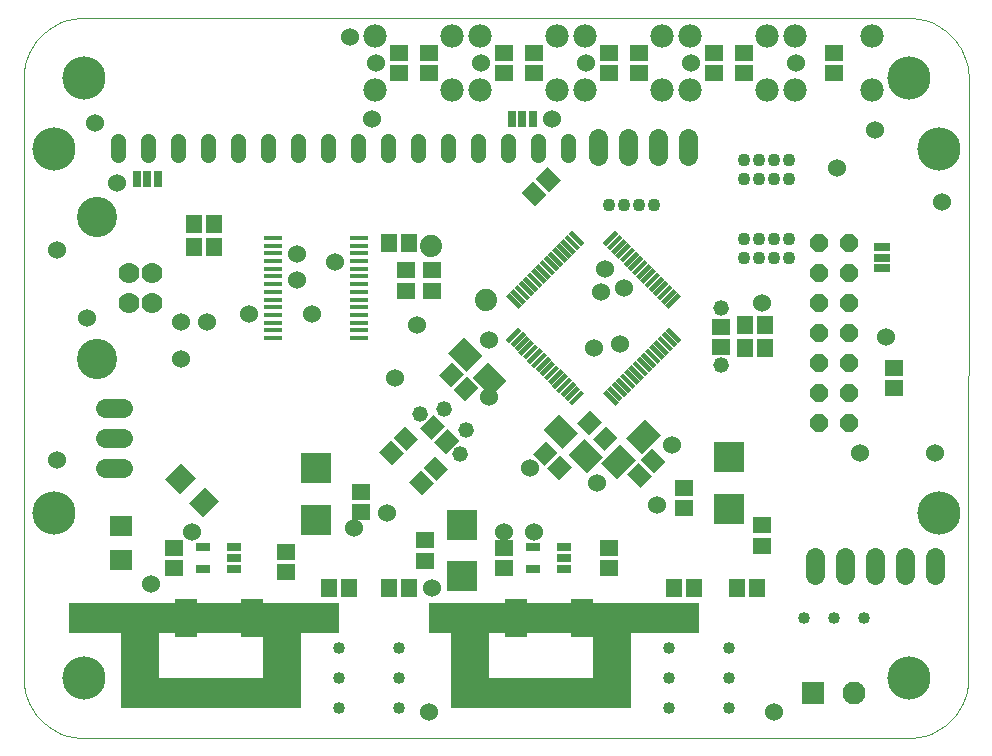
<source format=gbs>
G75*
G70*
%OFA0B0*%
%FSLAX24Y24*%
%IPPOS*%
%LPD*%
%AMOC8*
5,1,8,0,0,1.08239X$1,22.5*
%
%ADD10C,0.0000*%
%ADD11R,0.9000X0.1000*%
%ADD12R,0.1250X0.3500*%
%ADD13R,0.6000X0.1000*%
%ADD14R,0.0158X0.0591*%
%ADD15C,0.0520*%
%ADD16R,0.0886X0.0749*%
%ADD17R,0.0552X0.0631*%
%ADD18OC8,0.0580*%
%ADD19R,0.0540X0.0290*%
%ADD20R,0.0512X0.0257*%
%ADD21C,0.0780*%
%ADD22R,0.0631X0.0552*%
%ADD23C,0.0512*%
%ADD24C,0.1142*%
%ADD25C,0.1440*%
%ADD26R,0.0590X0.0177*%
%ADD27R,0.0768X0.0768*%
%ADD28C,0.0768*%
%ADD29C,0.0400*%
%ADD30C,0.0700*%
%ADD31C,0.1340*%
%ADD32R,0.0749X0.1300*%
%ADD33C,0.0740*%
%ADD34R,0.0985X0.0985*%
%ADD35C,0.0640*%
%ADD36R,0.0290X0.0540*%
%ADD37C,0.0434*%
%ADD38R,0.0670X0.0750*%
%ADD39R,0.0750X0.0670*%
%ADD40C,0.0600*%
D10*
X011180Y009430D02*
X011180Y029430D01*
X011182Y029525D01*
X011189Y029620D01*
X011200Y029715D01*
X011216Y029809D01*
X011236Y029902D01*
X011261Y029993D01*
X011290Y030084D01*
X011323Y030173D01*
X011361Y030261D01*
X011402Y030346D01*
X011448Y030430D01*
X011497Y030511D01*
X011551Y030590D01*
X011608Y030666D01*
X011669Y030740D01*
X011733Y030810D01*
X011800Y030877D01*
X011870Y030941D01*
X011944Y031002D01*
X012020Y031059D01*
X012099Y031113D01*
X012180Y031162D01*
X012264Y031208D01*
X012349Y031249D01*
X012437Y031287D01*
X012526Y031320D01*
X012617Y031349D01*
X012708Y031374D01*
X012801Y031394D01*
X012895Y031410D01*
X012990Y031421D01*
X013085Y031428D01*
X013180Y031430D01*
X040679Y031430D01*
X040774Y031428D01*
X040869Y031421D01*
X040964Y031410D01*
X041057Y031394D01*
X041150Y031374D01*
X041242Y031349D01*
X041333Y031320D01*
X041422Y031287D01*
X041510Y031249D01*
X041596Y031208D01*
X041679Y031162D01*
X041760Y031112D01*
X041839Y031059D01*
X041915Y031002D01*
X041989Y030941D01*
X042059Y030877D01*
X042127Y030810D01*
X042191Y030740D01*
X042251Y030666D01*
X042308Y030590D01*
X042362Y030511D01*
X042411Y030430D01*
X042457Y030346D01*
X042498Y030261D01*
X042536Y030173D01*
X042569Y030084D01*
X042598Y029993D01*
X042623Y029901D01*
X042643Y029808D01*
X042659Y029714D01*
X042670Y029620D01*
X042677Y029525D01*
X042679Y029429D01*
X042679Y029430D02*
X042673Y009430D01*
X042671Y009335D01*
X042664Y009240D01*
X042653Y009146D01*
X042637Y009052D01*
X042617Y008959D01*
X042592Y008867D01*
X042563Y008776D01*
X042530Y008687D01*
X042492Y008599D01*
X042451Y008514D01*
X042405Y008430D01*
X042356Y008349D01*
X042302Y008270D01*
X042245Y008194D01*
X042185Y008120D01*
X042121Y008050D01*
X042053Y007983D01*
X041983Y007919D01*
X041909Y007858D01*
X041833Y007801D01*
X041754Y007748D01*
X041673Y007698D01*
X041590Y007652D01*
X041504Y007611D01*
X041416Y007573D01*
X041327Y007540D01*
X041237Y007511D01*
X041145Y007486D01*
X041052Y007466D01*
X040958Y007450D01*
X040863Y007439D01*
X040768Y007432D01*
X040673Y007430D01*
X013180Y007430D01*
X013085Y007432D01*
X012990Y007439D01*
X012895Y007450D01*
X012801Y007466D01*
X012708Y007486D01*
X012617Y007511D01*
X012526Y007540D01*
X012437Y007573D01*
X012349Y007611D01*
X012264Y007652D01*
X012180Y007698D01*
X012099Y007747D01*
X012020Y007801D01*
X011944Y007858D01*
X011870Y007919D01*
X011800Y007983D01*
X011733Y008050D01*
X011669Y008120D01*
X011608Y008194D01*
X011551Y008270D01*
X011497Y008349D01*
X011448Y008430D01*
X011402Y008514D01*
X011361Y008599D01*
X011323Y008687D01*
X011290Y008776D01*
X011261Y008867D01*
X011236Y008958D01*
X011216Y009051D01*
X011200Y009145D01*
X011189Y009240D01*
X011182Y009335D01*
X011180Y009430D01*
X011629Y014930D02*
X011631Y014977D01*
X011637Y015023D01*
X011647Y015069D01*
X011660Y015114D01*
X011678Y015157D01*
X011699Y015199D01*
X011723Y015239D01*
X011751Y015276D01*
X011782Y015311D01*
X011816Y015344D01*
X011852Y015373D01*
X011891Y015399D01*
X011932Y015422D01*
X011975Y015441D01*
X012019Y015457D01*
X012064Y015469D01*
X012110Y015477D01*
X012157Y015481D01*
X012203Y015481D01*
X012250Y015477D01*
X012296Y015469D01*
X012341Y015457D01*
X012385Y015441D01*
X012428Y015422D01*
X012469Y015399D01*
X012508Y015373D01*
X012544Y015344D01*
X012578Y015311D01*
X012609Y015276D01*
X012637Y015239D01*
X012661Y015199D01*
X012682Y015157D01*
X012700Y015114D01*
X012713Y015069D01*
X012723Y015023D01*
X012729Y014977D01*
X012731Y014930D01*
X012729Y014883D01*
X012723Y014837D01*
X012713Y014791D01*
X012700Y014746D01*
X012682Y014703D01*
X012661Y014661D01*
X012637Y014621D01*
X012609Y014584D01*
X012578Y014549D01*
X012544Y014516D01*
X012508Y014487D01*
X012469Y014461D01*
X012428Y014438D01*
X012385Y014419D01*
X012341Y014403D01*
X012296Y014391D01*
X012250Y014383D01*
X012203Y014379D01*
X012157Y014379D01*
X012110Y014383D01*
X012064Y014391D01*
X012019Y014403D01*
X011975Y014419D01*
X011932Y014438D01*
X011891Y014461D01*
X011852Y014487D01*
X011816Y014516D01*
X011782Y014549D01*
X011751Y014584D01*
X011723Y014621D01*
X011699Y014661D01*
X011678Y014703D01*
X011660Y014746D01*
X011647Y014791D01*
X011637Y014837D01*
X011631Y014883D01*
X011629Y014930D01*
X011629Y027103D02*
X011631Y027150D01*
X011637Y027196D01*
X011647Y027242D01*
X011660Y027287D01*
X011678Y027330D01*
X011699Y027372D01*
X011723Y027412D01*
X011751Y027449D01*
X011782Y027484D01*
X011816Y027517D01*
X011852Y027546D01*
X011891Y027572D01*
X011932Y027595D01*
X011975Y027614D01*
X012019Y027630D01*
X012064Y027642D01*
X012110Y027650D01*
X012157Y027654D01*
X012203Y027654D01*
X012250Y027650D01*
X012296Y027642D01*
X012341Y027630D01*
X012385Y027614D01*
X012428Y027595D01*
X012469Y027572D01*
X012508Y027546D01*
X012544Y027517D01*
X012578Y027484D01*
X012609Y027449D01*
X012637Y027412D01*
X012661Y027372D01*
X012682Y027330D01*
X012700Y027287D01*
X012713Y027242D01*
X012723Y027196D01*
X012729Y027150D01*
X012731Y027103D01*
X012729Y027056D01*
X012723Y027010D01*
X012713Y026964D01*
X012700Y026919D01*
X012682Y026876D01*
X012661Y026834D01*
X012637Y026794D01*
X012609Y026757D01*
X012578Y026722D01*
X012544Y026689D01*
X012508Y026660D01*
X012469Y026634D01*
X012428Y026611D01*
X012385Y026592D01*
X012341Y026576D01*
X012296Y026564D01*
X012250Y026556D01*
X012203Y026552D01*
X012157Y026552D01*
X012110Y026556D01*
X012064Y026564D01*
X012019Y026576D01*
X011975Y026592D01*
X011932Y026611D01*
X011891Y026634D01*
X011852Y026660D01*
X011816Y026689D01*
X011782Y026722D01*
X011751Y026757D01*
X011723Y026794D01*
X011699Y026834D01*
X011678Y026876D01*
X011660Y026919D01*
X011647Y026964D01*
X011637Y027010D01*
X011631Y027056D01*
X011629Y027103D01*
X041125Y027103D02*
X041127Y027150D01*
X041133Y027196D01*
X041143Y027242D01*
X041156Y027287D01*
X041174Y027330D01*
X041195Y027372D01*
X041219Y027412D01*
X041247Y027449D01*
X041278Y027484D01*
X041312Y027517D01*
X041348Y027546D01*
X041387Y027572D01*
X041428Y027595D01*
X041471Y027614D01*
X041515Y027630D01*
X041560Y027642D01*
X041606Y027650D01*
X041653Y027654D01*
X041699Y027654D01*
X041746Y027650D01*
X041792Y027642D01*
X041837Y027630D01*
X041881Y027614D01*
X041924Y027595D01*
X041965Y027572D01*
X042004Y027546D01*
X042040Y027517D01*
X042074Y027484D01*
X042105Y027449D01*
X042133Y027412D01*
X042157Y027372D01*
X042178Y027330D01*
X042196Y027287D01*
X042209Y027242D01*
X042219Y027196D01*
X042225Y027150D01*
X042227Y027103D01*
X042225Y027056D01*
X042219Y027010D01*
X042209Y026964D01*
X042196Y026919D01*
X042178Y026876D01*
X042157Y026834D01*
X042133Y026794D01*
X042105Y026757D01*
X042074Y026722D01*
X042040Y026689D01*
X042004Y026660D01*
X041965Y026634D01*
X041924Y026611D01*
X041881Y026592D01*
X041837Y026576D01*
X041792Y026564D01*
X041746Y026556D01*
X041699Y026552D01*
X041653Y026552D01*
X041606Y026556D01*
X041560Y026564D01*
X041515Y026576D01*
X041471Y026592D01*
X041428Y026611D01*
X041387Y026634D01*
X041348Y026660D01*
X041312Y026689D01*
X041278Y026722D01*
X041247Y026757D01*
X041219Y026794D01*
X041195Y026834D01*
X041174Y026876D01*
X041156Y026919D01*
X041143Y026964D01*
X041133Y027010D01*
X041127Y027056D01*
X041125Y027103D01*
X041125Y014930D02*
X041127Y014977D01*
X041133Y015023D01*
X041143Y015069D01*
X041156Y015114D01*
X041174Y015157D01*
X041195Y015199D01*
X041219Y015239D01*
X041247Y015276D01*
X041278Y015311D01*
X041312Y015344D01*
X041348Y015373D01*
X041387Y015399D01*
X041428Y015422D01*
X041471Y015441D01*
X041515Y015457D01*
X041560Y015469D01*
X041606Y015477D01*
X041653Y015481D01*
X041699Y015481D01*
X041746Y015477D01*
X041792Y015469D01*
X041837Y015457D01*
X041881Y015441D01*
X041924Y015422D01*
X041965Y015399D01*
X042004Y015373D01*
X042040Y015344D01*
X042074Y015311D01*
X042105Y015276D01*
X042133Y015239D01*
X042157Y015199D01*
X042178Y015157D01*
X042196Y015114D01*
X042209Y015069D01*
X042219Y015023D01*
X042225Y014977D01*
X042227Y014930D01*
X042225Y014883D01*
X042219Y014837D01*
X042209Y014791D01*
X042196Y014746D01*
X042178Y014703D01*
X042157Y014661D01*
X042133Y014621D01*
X042105Y014584D01*
X042074Y014549D01*
X042040Y014516D01*
X042004Y014487D01*
X041965Y014461D01*
X041924Y014438D01*
X041881Y014419D01*
X041837Y014403D01*
X041792Y014391D01*
X041746Y014383D01*
X041699Y014379D01*
X041653Y014379D01*
X041606Y014383D01*
X041560Y014391D01*
X041515Y014403D01*
X041471Y014419D01*
X041428Y014438D01*
X041387Y014461D01*
X041348Y014487D01*
X041312Y014516D01*
X041278Y014549D01*
X041247Y014584D01*
X041219Y014621D01*
X041195Y014661D01*
X041174Y014703D01*
X041156Y014746D01*
X041143Y014791D01*
X041133Y014837D01*
X041127Y014883D01*
X041125Y014930D01*
D11*
X029180Y011430D03*
X017180Y011430D03*
D12*
X015055Y010180D03*
X019805Y010180D03*
X026055Y010180D03*
X030805Y010180D03*
D13*
X028430Y008930D03*
X017430Y008930D03*
D14*
G36*
X029318Y018647D02*
X029206Y018759D01*
X029622Y019175D01*
X029734Y019063D01*
X029318Y018647D01*
G37*
G36*
X029457Y018507D02*
X029345Y018619D01*
X029761Y019035D01*
X029873Y018923D01*
X029457Y018507D01*
G37*
G36*
X029179Y018786D02*
X029067Y018898D01*
X029483Y019314D01*
X029595Y019202D01*
X029179Y018786D01*
G37*
G36*
X029040Y018925D02*
X028928Y019037D01*
X029344Y019453D01*
X029456Y019341D01*
X029040Y018925D01*
G37*
G36*
X028901Y019064D02*
X028789Y019176D01*
X029205Y019592D01*
X029317Y019480D01*
X028901Y019064D01*
G37*
G36*
X028761Y019203D02*
X028649Y019315D01*
X029065Y019731D01*
X029177Y019619D01*
X028761Y019203D01*
G37*
G36*
X028622Y019343D02*
X028510Y019455D01*
X028926Y019871D01*
X029038Y019759D01*
X028622Y019343D01*
G37*
G36*
X028483Y019482D02*
X028371Y019594D01*
X028787Y020010D01*
X028899Y019898D01*
X028483Y019482D01*
G37*
G36*
X028344Y019621D02*
X028232Y019733D01*
X028648Y020149D01*
X028760Y020037D01*
X028344Y019621D01*
G37*
G36*
X028205Y019760D02*
X028093Y019872D01*
X028509Y020288D01*
X028621Y020176D01*
X028205Y019760D01*
G37*
G36*
X028065Y019899D02*
X027953Y020011D01*
X028369Y020427D01*
X028481Y020315D01*
X028065Y019899D01*
G37*
G36*
X027926Y020039D02*
X027814Y020151D01*
X028230Y020567D01*
X028342Y020455D01*
X027926Y020039D01*
G37*
G36*
X027787Y020178D02*
X027675Y020290D01*
X028091Y020706D01*
X028203Y020594D01*
X027787Y020178D01*
G37*
G36*
X027648Y020317D02*
X027536Y020429D01*
X027952Y020845D01*
X028064Y020733D01*
X027648Y020317D01*
G37*
G36*
X027509Y020456D02*
X027397Y020568D01*
X027813Y020984D01*
X027925Y020872D01*
X027509Y020456D01*
G37*
G36*
X027369Y020595D02*
X027257Y020707D01*
X027673Y021123D01*
X027785Y021011D01*
X027369Y020595D01*
G37*
G36*
X027785Y021849D02*
X027673Y021737D01*
X027257Y022153D01*
X027369Y022265D01*
X027785Y021849D01*
G37*
G36*
X027925Y021988D02*
X027813Y021876D01*
X027397Y022292D01*
X027509Y022404D01*
X027925Y021988D01*
G37*
G36*
X028064Y022127D02*
X027952Y022015D01*
X027536Y022431D01*
X027648Y022543D01*
X028064Y022127D01*
G37*
G36*
X028203Y022266D02*
X028091Y022154D01*
X027675Y022570D01*
X027787Y022682D01*
X028203Y022266D01*
G37*
G36*
X028342Y022405D02*
X028230Y022293D01*
X027814Y022709D01*
X027926Y022821D01*
X028342Y022405D01*
G37*
G36*
X028481Y022545D02*
X028369Y022433D01*
X027953Y022849D01*
X028065Y022961D01*
X028481Y022545D01*
G37*
G36*
X028621Y022684D02*
X028509Y022572D01*
X028093Y022988D01*
X028205Y023100D01*
X028621Y022684D01*
G37*
G36*
X028760Y022823D02*
X028648Y022711D01*
X028232Y023127D01*
X028344Y023239D01*
X028760Y022823D01*
G37*
G36*
X028899Y022962D02*
X028787Y022850D01*
X028371Y023266D01*
X028483Y023378D01*
X028899Y022962D01*
G37*
G36*
X029038Y023101D02*
X028926Y022989D01*
X028510Y023405D01*
X028622Y023517D01*
X029038Y023101D01*
G37*
G36*
X029177Y023241D02*
X029065Y023129D01*
X028649Y023545D01*
X028761Y023657D01*
X029177Y023241D01*
G37*
G36*
X029317Y023380D02*
X029205Y023268D01*
X028789Y023684D01*
X028901Y023796D01*
X029317Y023380D01*
G37*
G36*
X029456Y023519D02*
X029344Y023407D01*
X028928Y023823D01*
X029040Y023935D01*
X029456Y023519D01*
G37*
G36*
X029595Y023658D02*
X029483Y023546D01*
X029067Y023962D01*
X029179Y024074D01*
X029595Y023658D01*
G37*
G36*
X029734Y023797D02*
X029622Y023685D01*
X029206Y024101D01*
X029318Y024213D01*
X029734Y023797D01*
G37*
G36*
X029873Y023937D02*
X029761Y023825D01*
X029345Y024241D01*
X029457Y024353D01*
X029873Y023937D01*
G37*
G36*
X030599Y023825D02*
X030487Y023937D01*
X030903Y024353D01*
X031015Y024241D01*
X030599Y023825D01*
G37*
G36*
X030738Y023685D02*
X030626Y023797D01*
X031042Y024213D01*
X031154Y024101D01*
X030738Y023685D01*
G37*
G36*
X030877Y023546D02*
X030765Y023658D01*
X031181Y024074D01*
X031293Y023962D01*
X030877Y023546D01*
G37*
G36*
X031016Y023407D02*
X030904Y023519D01*
X031320Y023935D01*
X031432Y023823D01*
X031016Y023407D01*
G37*
G36*
X031155Y023268D02*
X031043Y023380D01*
X031459Y023796D01*
X031571Y023684D01*
X031155Y023268D01*
G37*
G36*
X031295Y023129D02*
X031183Y023241D01*
X031599Y023657D01*
X031711Y023545D01*
X031295Y023129D01*
G37*
G36*
X031434Y022989D02*
X031322Y023101D01*
X031738Y023517D01*
X031850Y023405D01*
X031434Y022989D01*
G37*
G36*
X031573Y022850D02*
X031461Y022962D01*
X031877Y023378D01*
X031989Y023266D01*
X031573Y022850D01*
G37*
G36*
X031712Y022711D02*
X031600Y022823D01*
X032016Y023239D01*
X032128Y023127D01*
X031712Y022711D01*
G37*
G36*
X031851Y022572D02*
X031739Y022684D01*
X032155Y023100D01*
X032267Y022988D01*
X031851Y022572D01*
G37*
G36*
X031991Y022433D02*
X031879Y022545D01*
X032295Y022961D01*
X032407Y022849D01*
X031991Y022433D01*
G37*
G36*
X032130Y022293D02*
X032018Y022405D01*
X032434Y022821D01*
X032546Y022709D01*
X032130Y022293D01*
G37*
G36*
X032269Y022154D02*
X032157Y022266D01*
X032573Y022682D01*
X032685Y022570D01*
X032269Y022154D01*
G37*
G36*
X032408Y022015D02*
X032296Y022127D01*
X032712Y022543D01*
X032824Y022431D01*
X032408Y022015D01*
G37*
G36*
X032547Y021876D02*
X032435Y021988D01*
X032851Y022404D01*
X032963Y022292D01*
X032547Y021876D01*
G37*
G36*
X032687Y021737D02*
X032575Y021849D01*
X032991Y022265D01*
X033103Y022153D01*
X032687Y021737D01*
G37*
G36*
X033103Y020707D02*
X032991Y020595D01*
X032575Y021011D01*
X032687Y021123D01*
X033103Y020707D01*
G37*
G36*
X032963Y020568D02*
X032851Y020456D01*
X032435Y020872D01*
X032547Y020984D01*
X032963Y020568D01*
G37*
G36*
X032824Y020429D02*
X032712Y020317D01*
X032296Y020733D01*
X032408Y020845D01*
X032824Y020429D01*
G37*
G36*
X032685Y020290D02*
X032573Y020178D01*
X032157Y020594D01*
X032269Y020706D01*
X032685Y020290D01*
G37*
G36*
X032546Y020151D02*
X032434Y020039D01*
X032018Y020455D01*
X032130Y020567D01*
X032546Y020151D01*
G37*
G36*
X032407Y020011D02*
X032295Y019899D01*
X031879Y020315D01*
X031991Y020427D01*
X032407Y020011D01*
G37*
G36*
X032267Y019872D02*
X032155Y019760D01*
X031739Y020176D01*
X031851Y020288D01*
X032267Y019872D01*
G37*
G36*
X032128Y019733D02*
X032016Y019621D01*
X031600Y020037D01*
X031712Y020149D01*
X032128Y019733D01*
G37*
G36*
X031989Y019594D02*
X031877Y019482D01*
X031461Y019898D01*
X031573Y020010D01*
X031989Y019594D01*
G37*
G36*
X031850Y019455D02*
X031738Y019343D01*
X031322Y019759D01*
X031434Y019871D01*
X031850Y019455D01*
G37*
G36*
X031711Y019315D02*
X031599Y019203D01*
X031183Y019619D01*
X031295Y019731D01*
X031711Y019315D01*
G37*
G36*
X031571Y019176D02*
X031459Y019064D01*
X031043Y019480D01*
X031155Y019592D01*
X031571Y019176D01*
G37*
G36*
X031432Y019037D02*
X031320Y018925D01*
X030904Y019341D01*
X031016Y019453D01*
X031432Y019037D01*
G37*
G36*
X031293Y018898D02*
X031181Y018786D01*
X030765Y019202D01*
X030877Y019314D01*
X031293Y018898D01*
G37*
G36*
X031154Y018759D02*
X031042Y018647D01*
X030626Y019063D01*
X030738Y019175D01*
X031154Y018759D01*
G37*
G36*
X031015Y018619D02*
X030903Y018507D01*
X030487Y018923D01*
X030599Y019035D01*
X031015Y018619D01*
G37*
D15*
X034430Y019855D03*
X034430Y021755D03*
X025909Y017701D03*
X025727Y016883D03*
X025201Y018409D03*
X024383Y018227D03*
D16*
G36*
X025846Y020793D02*
X026471Y020168D01*
X025942Y019639D01*
X025317Y020264D01*
X025846Y020793D01*
G37*
G36*
X026668Y019971D02*
X027293Y019346D01*
X026764Y018817D01*
X026139Y019442D01*
X026668Y019971D01*
G37*
G36*
X029040Y018227D02*
X029665Y017602D01*
X029136Y017073D01*
X028511Y017698D01*
X029040Y018227D01*
G37*
G36*
X029861Y017406D02*
X030486Y016781D01*
X029957Y016252D01*
X029332Y016877D01*
X029861Y017406D01*
G37*
G36*
X030442Y016596D02*
X031067Y017221D01*
X031596Y016692D01*
X030971Y016067D01*
X030442Y016596D01*
G37*
G36*
X031264Y017418D02*
X031889Y018043D01*
X032418Y017514D01*
X031793Y016889D01*
X031264Y017418D01*
G37*
D17*
G36*
X030542Y016999D02*
X030152Y017389D01*
X030596Y017833D01*
X030986Y017443D01*
X030542Y016999D01*
G37*
G36*
X030014Y017527D02*
X029624Y017917D01*
X030068Y018361D01*
X030458Y017971D01*
X030014Y017527D01*
G37*
G36*
X029015Y016026D02*
X028625Y016416D01*
X029069Y016860D01*
X029459Y016470D01*
X029015Y016026D01*
G37*
G36*
X028541Y016500D02*
X028151Y016890D01*
X028595Y017334D01*
X028985Y016944D01*
X028541Y016500D01*
G37*
G36*
X032110Y016166D02*
X031720Y015776D01*
X031276Y016220D01*
X031666Y016610D01*
X032110Y016166D01*
G37*
G36*
X032584Y016640D02*
X032194Y016250D01*
X031750Y016694D01*
X032140Y017084D01*
X032584Y016640D01*
G37*
X035220Y020430D03*
X035890Y020430D03*
X035890Y021180D03*
X035220Y021180D03*
G36*
X028250Y026069D02*
X028640Y026459D01*
X029084Y026015D01*
X028694Y025625D01*
X028250Y026069D01*
G37*
G36*
X027776Y025595D02*
X028166Y025985D01*
X028610Y025541D01*
X028220Y025151D01*
X027776Y025595D01*
G37*
X024015Y023930D03*
X023345Y023930D03*
G36*
X025416Y019125D02*
X025026Y019515D01*
X025470Y019959D01*
X025860Y019569D01*
X025416Y019125D01*
G37*
G36*
X025890Y018651D02*
X025500Y019041D01*
X025944Y019485D01*
X026334Y019095D01*
X025890Y018651D01*
G37*
G36*
X024791Y017375D02*
X024401Y017765D01*
X024845Y018209D01*
X025235Y017819D01*
X024791Y017375D01*
G37*
G36*
X025265Y016901D02*
X024875Y017291D01*
X025319Y017735D01*
X025709Y017345D01*
X025265Y016901D01*
G37*
G36*
X024500Y016444D02*
X024890Y016834D01*
X025334Y016390D01*
X024944Y016000D01*
X024500Y016444D01*
G37*
G36*
X024026Y015970D02*
X024416Y016360D01*
X024860Y015916D01*
X024470Y015526D01*
X024026Y015970D01*
G37*
G36*
X023026Y016970D02*
X023416Y017360D01*
X023860Y016916D01*
X023470Y016526D01*
X023026Y016970D01*
G37*
G36*
X023500Y017444D02*
X023890Y017834D01*
X024334Y017390D01*
X023944Y017000D01*
X023500Y017444D01*
G37*
X023345Y012430D03*
X024015Y012430D03*
X022015Y012430D03*
X021345Y012430D03*
X032845Y012430D03*
X033515Y012430D03*
X034970Y012430D03*
X035640Y012430D03*
X017515Y023805D03*
X016845Y023805D03*
X016845Y024555D03*
X017515Y024555D03*
D18*
X037680Y023930D03*
X037680Y022930D03*
X038680Y022930D03*
X038680Y023930D03*
X038680Y021930D03*
X038680Y020930D03*
X037680Y020930D03*
X037680Y021930D03*
X037680Y019930D03*
X037680Y018930D03*
X038680Y018930D03*
X038680Y019930D03*
X038680Y017930D03*
X037680Y017930D03*
D19*
X039805Y023080D03*
X039805Y023430D03*
X039805Y023780D03*
D20*
X029192Y013804D03*
X029192Y013430D03*
X029192Y013056D03*
X028168Y013056D03*
X028168Y013804D03*
X018192Y013804D03*
X018192Y013430D03*
X018192Y013056D03*
X017168Y013056D03*
X017168Y013804D03*
D21*
X013180Y011430D03*
X021180Y011430D03*
X025180Y011430D03*
X033180Y011430D03*
X033400Y029040D03*
X032460Y029040D03*
X032460Y030820D03*
X033400Y030820D03*
X035960Y030820D03*
X036900Y030820D03*
X036900Y029040D03*
X035960Y029040D03*
X039460Y029040D03*
X039460Y030820D03*
X029900Y030820D03*
X028960Y030820D03*
X028960Y029040D03*
X029900Y029040D03*
X026400Y029040D03*
X025460Y029040D03*
X025460Y030820D03*
X026400Y030820D03*
X022900Y030820D03*
X022900Y029040D03*
D22*
X023680Y029595D03*
X023680Y030265D03*
X024680Y030265D03*
X024680Y029595D03*
X027180Y029595D03*
X027180Y030265D03*
X028180Y030265D03*
X028180Y029595D03*
X030680Y029595D03*
X030680Y030265D03*
X031680Y030265D03*
X031680Y029595D03*
X034180Y029595D03*
X034180Y030265D03*
X035180Y030265D03*
X035180Y029595D03*
X038180Y029595D03*
X038180Y030265D03*
X034430Y021140D03*
X034430Y020470D03*
X040180Y019765D03*
X040180Y019095D03*
X035805Y014515D03*
X035805Y013845D03*
X033180Y015095D03*
X033180Y015765D03*
X030680Y013765D03*
X030680Y013095D03*
X027180Y013095D03*
X027180Y013765D03*
X024555Y014015D03*
X024555Y013345D03*
X022430Y014970D03*
X022430Y015640D03*
X019930Y013640D03*
X019930Y012970D03*
X016180Y013095D03*
X016180Y013765D03*
X023930Y022345D03*
X023930Y023015D03*
X024805Y023015D03*
X024805Y022345D03*
D23*
X024330Y026867D02*
X024330Y027339D01*
X025330Y027339D02*
X025330Y026867D01*
X026330Y026867D02*
X026330Y027339D01*
X027330Y027339D02*
X027330Y026867D01*
X028330Y026867D02*
X028330Y027339D01*
X029330Y027339D02*
X029330Y026867D01*
X023330Y026867D02*
X023330Y027339D01*
X022330Y027339D02*
X022330Y026867D01*
X021330Y026867D02*
X021330Y027339D01*
X020330Y027339D02*
X020330Y026867D01*
X019330Y026867D02*
X019330Y027339D01*
X018330Y027339D02*
X018330Y026867D01*
X017330Y026867D02*
X017330Y027339D01*
X016330Y027339D02*
X016330Y026867D01*
X015330Y026867D02*
X015330Y027339D01*
X014330Y027339D02*
X014330Y026867D01*
D24*
X012180Y027103D03*
X012180Y014930D03*
X041676Y014930D03*
X041676Y027103D03*
D25*
X041680Y027055D03*
X040680Y029430D03*
X041680Y014930D03*
X040680Y009430D03*
X013180Y009430D03*
X012180Y014930D03*
X012180Y027055D03*
X013180Y029430D03*
D26*
X019491Y024093D03*
X019491Y023837D03*
X019491Y023582D03*
X019491Y023326D03*
X019491Y023070D03*
X019491Y022814D03*
X019491Y022558D03*
X019491Y022302D03*
X019491Y022046D03*
X019491Y021790D03*
X019491Y021534D03*
X019491Y021278D03*
X019491Y021023D03*
X019491Y020767D03*
X022369Y020767D03*
X022369Y021023D03*
X022369Y021278D03*
X022369Y021534D03*
X022369Y021790D03*
X022369Y022046D03*
X022369Y022302D03*
X022369Y022558D03*
X022369Y022814D03*
X022369Y023070D03*
X022369Y023326D03*
X022369Y023582D03*
X022369Y023837D03*
X022369Y024093D03*
D27*
X025991Y008930D03*
X029491Y008930D03*
X037491Y008930D03*
X018491Y008930D03*
X014991Y008930D03*
D28*
X016369Y008930D03*
X019869Y008930D03*
X027369Y008930D03*
X030869Y008930D03*
X038869Y008930D03*
D29*
X039180Y011430D03*
X038180Y011430D03*
X037180Y011430D03*
X034680Y010430D03*
X034680Y009430D03*
X034680Y008430D03*
X032680Y008430D03*
X032680Y009430D03*
X032680Y010430D03*
X023680Y010430D03*
X023680Y009430D03*
X023680Y008430D03*
X021680Y008430D03*
X021680Y009430D03*
X021680Y010430D03*
D30*
X015460Y021938D03*
X014680Y021938D03*
X014680Y022922D03*
X015460Y022922D03*
D31*
X013610Y024800D03*
X013610Y020060D03*
D32*
X016578Y011430D03*
X018782Y011430D03*
X027578Y011430D03*
X029782Y011430D03*
D33*
X026585Y022025D03*
X024775Y023835D03*
D34*
X020930Y016421D03*
X020930Y014689D03*
X025805Y014546D03*
X025805Y012814D03*
X034680Y015064D03*
X034680Y016796D03*
D35*
X037547Y013450D02*
X037547Y012850D01*
X038547Y012850D02*
X038547Y013450D01*
X039547Y013450D02*
X039547Y012850D01*
X040547Y012850D02*
X040547Y013450D01*
X041547Y013450D02*
X041547Y012850D01*
X033337Y026814D02*
X033337Y027414D01*
X032337Y027414D02*
X032337Y026814D01*
X031337Y026814D02*
X031337Y027414D01*
X030337Y027414D02*
X030337Y026814D01*
X014480Y018430D02*
X013880Y018430D01*
X013880Y017430D02*
X014480Y017430D01*
X014480Y016430D02*
X013880Y016430D01*
D36*
X014955Y026055D03*
X015305Y026055D03*
X015655Y026055D03*
X027455Y028055D03*
X027805Y028055D03*
X028155Y028055D03*
D37*
X030680Y025180D03*
X031180Y025180D03*
X031680Y025180D03*
X032180Y025180D03*
X035180Y026055D03*
X035680Y026055D03*
X036180Y026055D03*
X036680Y026055D03*
X036680Y026680D03*
X036180Y026680D03*
X035680Y026680D03*
X035180Y026680D03*
X035180Y024055D03*
X035680Y024055D03*
X036180Y024055D03*
X036680Y024055D03*
X036680Y023430D03*
X036180Y023430D03*
X035680Y023430D03*
X035180Y023430D03*
D38*
G36*
X017229Y015786D02*
X017703Y015312D01*
X017173Y014782D01*
X016699Y015256D01*
X017229Y015786D01*
G37*
G36*
X016437Y016578D02*
X016911Y016104D01*
X016381Y015574D01*
X015907Y016048D01*
X016437Y016578D01*
G37*
D39*
X014430Y014490D03*
X014430Y013370D03*
D40*
X015430Y012555D03*
X016805Y014305D03*
X012305Y016680D03*
X016430Y020055D03*
X016430Y021305D03*
X017305Y021305D03*
X018680Y021555D03*
X020305Y022680D03*
X020305Y023555D03*
X021555Y023305D03*
X020805Y021555D03*
X023555Y019430D03*
X024305Y021180D03*
X026680Y020680D03*
X026680Y018805D03*
X028055Y016430D03*
X028180Y014305D03*
X027180Y014305D03*
X024805Y012430D03*
X022180Y014430D03*
X023305Y014930D03*
X030305Y015930D03*
X032305Y015180D03*
X032805Y017180D03*
X030180Y020430D03*
X031055Y020555D03*
X030430Y022305D03*
X031180Y022430D03*
X030555Y023055D03*
X035805Y021930D03*
X039930Y020805D03*
X039055Y016930D03*
X041555Y016930D03*
X041805Y025305D03*
X039555Y027680D03*
X038305Y026430D03*
X036930Y029930D03*
X033430Y029930D03*
X029930Y029930D03*
X028805Y028055D03*
X026430Y029930D03*
X022930Y029930D03*
X022055Y030805D03*
X022805Y028055D03*
X014305Y025930D03*
X013555Y027930D03*
X012305Y023680D03*
X013305Y021430D03*
X024680Y008305D03*
X036180Y008305D03*
M02*

</source>
